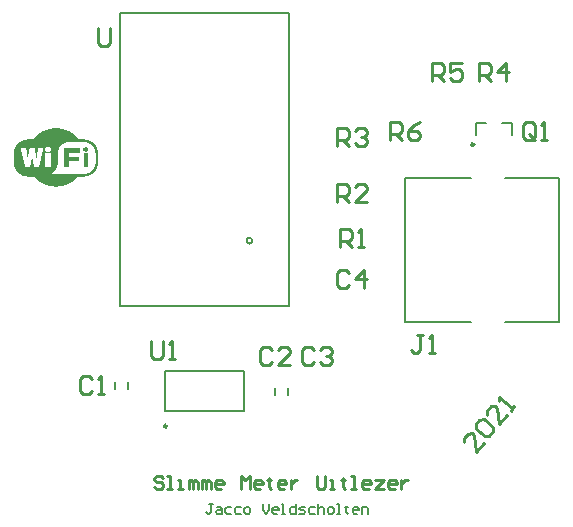
<source format=gbr>
%TF.GenerationSoftware,Altium Limited,Altium Designer,21.2.2 (38)*%
G04 Layer_Color=65535*
%FSLAX26Y26*%
%MOIN*%
%TF.SameCoordinates,75BC83C2-9D79-468A-8CB9-4745F9D1B378*%
%TF.FilePolarity,Positive*%
%TF.FileFunction,Legend,Top*%
%TF.Part,Single*%
G01*
G75*
%TA.AperFunction,NonConductor*%
%ADD18C,0.010000*%
%ADD35C,0.007874*%
%ADD36C,0.009842*%
%ADD37C,0.005906*%
G36*
X262155Y403608D02*
X267460D01*
Y403019D01*
X270407D01*
Y402429D01*
X273354D01*
Y401840D01*
X276301D01*
Y401250D01*
X278659D01*
Y400661D01*
X280427D01*
Y400072D01*
X282785D01*
Y399482D01*
X283964D01*
Y398893D01*
X285732D01*
Y398303D01*
X287500D01*
Y397714D01*
X289268D01*
Y397124D01*
X290447D01*
Y396535D01*
X291626D01*
Y395946D01*
X293394D01*
Y395356D01*
X294573D01*
Y394767D01*
X295752D01*
Y394177D01*
X296931D01*
Y393588D01*
X298110D01*
Y392998D01*
X299289D01*
Y392409D01*
X299878D01*
Y391820D01*
X301057D01*
Y391230D01*
X302236D01*
Y390641D01*
X303415D01*
Y390051D01*
X304004D01*
Y389462D01*
X305183D01*
Y388873D01*
X305772D01*
Y388283D01*
X306951D01*
Y387694D01*
X307541D01*
Y387104D01*
X308719D01*
Y386515D01*
X309309D01*
Y385925D01*
X310488D01*
Y385336D01*
X311077D01*
Y384747D01*
X311666D01*
Y384157D01*
X312845D01*
Y383568D01*
X313435D01*
Y382978D01*
X314024D01*
Y382389D01*
X314614D01*
Y381800D01*
X315203D01*
Y381210D01*
X316382D01*
Y380621D01*
X316971D01*
Y380031D01*
X317561D01*
Y379442D01*
X318150D01*
Y378852D01*
X318740D01*
Y378263D01*
X319329D01*
Y377673D01*
X319918D01*
Y377084D01*
X320508D01*
Y376495D01*
X321097D01*
Y375905D01*
X321687D01*
Y375316D01*
X322276D01*
Y374726D01*
X322865D01*
Y374137D01*
X323455D01*
Y373548D01*
X324044D01*
Y372958D01*
X324634D01*
Y372369D01*
X325223D01*
Y371779D01*
X325813D01*
Y371190D01*
X326402D01*
Y370600D01*
X326991D01*
Y370011D01*
Y369422D01*
X327581D01*
Y368832D01*
X328170D01*
Y368243D01*
X328760D01*
Y367653D01*
X329349D01*
Y367064D01*
X348800D01*
Y366474D01*
X353515D01*
Y365885D01*
X356462D01*
Y365296D01*
X358820D01*
Y364706D01*
X360588D01*
Y364117D01*
X362357D01*
Y363527D01*
X364125D01*
Y362938D01*
X365304D01*
Y362349D01*
X366483D01*
Y361759D01*
X367661D01*
Y361170D01*
X368840D01*
Y360580D01*
X370019D01*
Y359991D01*
X370609D01*
Y359401D01*
X371788D01*
Y358812D01*
X372377D01*
Y358223D01*
X373556D01*
Y357633D01*
X374145D01*
Y357044D01*
X374735D01*
Y356454D01*
X375913D01*
Y355865D01*
X376503D01*
Y355276D01*
X377092D01*
Y354686D01*
X377682D01*
Y354097D01*
X378271D01*
Y353507D01*
X378861D01*
Y352918D01*
X379450D01*
Y352328D01*
X380039D01*
Y351739D01*
X380629D01*
Y351149D01*
X381218D01*
Y350560D01*
X381808D01*
Y349971D01*
X382397D01*
Y349381D01*
X382986D01*
Y348792D01*
Y348202D01*
X383576D01*
Y347613D01*
X384165D01*
Y347024D01*
X384755D01*
Y346434D01*
Y345845D01*
X385344D01*
Y345255D01*
X385934D01*
Y344666D01*
Y344077D01*
X386523D01*
Y343487D01*
Y342898D01*
X387112D01*
Y342308D01*
X387702D01*
Y341719D01*
Y341129D01*
X388291D01*
Y340540D01*
Y339950D01*
X388881D01*
Y339361D01*
Y338772D01*
Y338182D01*
X389470D01*
Y337593D01*
Y337003D01*
X390060D01*
Y336414D01*
Y335825D01*
Y335235D01*
X390649D01*
Y334646D01*
Y334056D01*
X391238D01*
Y333467D01*
Y332877D01*
Y332288D01*
Y331699D01*
X391828D01*
Y331109D01*
Y330520D01*
Y329930D01*
Y329341D01*
X392417D01*
Y328752D01*
Y328162D01*
Y327573D01*
Y326983D01*
Y326394D01*
Y325804D01*
Y325215D01*
X393007D01*
Y324626D01*
Y324036D01*
Y323447D01*
Y322857D01*
Y322268D01*
Y321678D01*
Y321089D01*
Y320500D01*
Y319910D01*
Y319321D01*
Y318731D01*
Y318142D01*
Y317553D01*
Y316963D01*
Y316374D01*
Y315784D01*
Y315195D01*
Y314605D01*
Y314016D01*
Y313427D01*
Y312837D01*
Y312248D01*
Y311658D01*
Y311069D01*
Y310479D01*
Y309890D01*
Y309301D01*
Y308711D01*
Y308122D01*
Y307532D01*
Y306943D01*
Y306353D01*
Y305764D01*
Y305175D01*
Y304585D01*
Y303996D01*
Y303406D01*
Y302817D01*
Y302228D01*
Y301638D01*
Y301049D01*
Y300459D01*
Y299870D01*
Y299280D01*
Y298691D01*
Y298102D01*
Y297512D01*
Y296923D01*
Y296333D01*
Y295744D01*
Y295154D01*
Y294565D01*
Y293976D01*
Y293386D01*
Y292797D01*
Y292207D01*
Y291618D01*
Y291029D01*
Y290439D01*
Y289850D01*
Y289260D01*
Y288671D01*
Y288081D01*
Y287492D01*
Y286903D01*
Y286313D01*
Y285724D01*
Y285134D01*
X392417D01*
Y284545D01*
Y283955D01*
Y283366D01*
Y282777D01*
Y282187D01*
Y281598D01*
X391828D01*
Y281008D01*
Y280419D01*
Y279829D01*
Y279240D01*
Y278651D01*
X391238D01*
Y278061D01*
Y277472D01*
Y276882D01*
X390649D01*
Y276293D01*
Y275704D01*
Y275114D01*
X390060D01*
Y274525D01*
Y273935D01*
Y273346D01*
X389470D01*
Y272757D01*
Y272167D01*
X388881D01*
Y271578D01*
Y270988D01*
X388291D01*
Y270399D01*
Y269809D01*
Y269220D01*
X387702D01*
Y268630D01*
Y268041D01*
X387112D01*
Y267452D01*
X386523D01*
Y266862D01*
Y266273D01*
X385934D01*
Y265683D01*
Y265094D01*
X385344D01*
Y264505D01*
X384755D01*
Y263915D01*
Y263326D01*
X384165D01*
Y262736D01*
X383576D01*
Y262147D01*
X382986D01*
Y261558D01*
Y260968D01*
X382397D01*
Y260379D01*
X381808D01*
Y259789D01*
X381218D01*
Y259200D01*
X380629D01*
Y258610D01*
X380039D01*
Y258021D01*
X379450D01*
Y257432D01*
X378861D01*
Y256842D01*
X378271D01*
Y256253D01*
X377682D01*
Y255663D01*
X377092D01*
Y255074D01*
X376503D01*
Y254484D01*
X375913D01*
Y253895D01*
X374735D01*
Y253306D01*
X374145D01*
Y252716D01*
X373556D01*
Y252127D01*
X372377D01*
Y251537D01*
X371788D01*
Y250948D01*
X370609D01*
Y250358D01*
X370019D01*
Y249769D01*
X368840D01*
Y249180D01*
X367661D01*
Y248590D01*
X366483D01*
Y248001D01*
X365304D01*
Y247411D01*
X364125D01*
Y246822D01*
X362357D01*
Y246232D01*
X360588D01*
Y245643D01*
X358820D01*
Y245054D01*
X356462D01*
Y244464D01*
X353515D01*
Y243875D01*
X348211D01*
Y243285D01*
X326402D01*
Y242696D01*
X325813D01*
Y242107D01*
X325223D01*
Y241517D01*
X324634D01*
Y240928D01*
X324044D01*
Y240338D01*
X323455D01*
Y239749D01*
X322865D01*
Y239160D01*
X322276D01*
Y238570D01*
X321687D01*
Y237981D01*
X321097D01*
Y237391D01*
X320508D01*
Y236802D01*
X319918D01*
Y236212D01*
X319329D01*
Y235623D01*
X318740D01*
Y235034D01*
X318150D01*
Y234444D01*
X317561D01*
Y233855D01*
X316971D01*
Y233265D01*
X315792D01*
Y232676D01*
X315203D01*
Y232086D01*
X314614D01*
Y231497D01*
X314024D01*
Y230908D01*
X312845D01*
Y230318D01*
X312256D01*
Y229729D01*
X311666D01*
Y229139D01*
X311077D01*
Y228550D01*
X309898D01*
Y227960D01*
X309309D01*
Y227371D01*
X308130D01*
Y226782D01*
X307541D01*
Y226192D01*
X306362D01*
Y225603D01*
X305772D01*
Y225013D01*
X304593D01*
Y224424D01*
X304004D01*
Y223834D01*
X302825D01*
Y223245D01*
X301646D01*
Y222656D01*
X301057D01*
Y222066D01*
X299878D01*
Y221477D01*
X298699D01*
Y220887D01*
X297520D01*
Y220298D01*
X296341D01*
Y219708D01*
X295163D01*
Y219119D01*
X293984D01*
Y218530D01*
X292805D01*
Y217940D01*
X291626D01*
Y217351D01*
X289858D01*
Y216761D01*
X288679D01*
Y216172D01*
X286911D01*
Y215583D01*
X285142D01*
Y214993D01*
X283964D01*
Y214404D01*
X282195D01*
Y213814D01*
X279838D01*
Y213225D01*
X277480D01*
Y212635D01*
X275712D01*
Y212046D01*
X272765D01*
Y211457D01*
X269817D01*
Y210867D01*
X265692D01*
Y210278D01*
X260387D01*
Y209688D01*
X245651D01*
Y210278D01*
X239757D01*
Y210867D01*
X236220D01*
Y211457D01*
X233273D01*
Y212046D01*
X230326D01*
Y212635D01*
X227969D01*
Y213225D01*
X225611D01*
Y213814D01*
X223843D01*
Y214404D01*
X222074D01*
Y214993D01*
X220306D01*
Y215583D01*
X218538D01*
Y216172D01*
X217359D01*
Y216761D01*
X215591D01*
Y217351D01*
X214412D01*
Y217940D01*
X212644D01*
Y218530D01*
X211465D01*
Y219119D01*
X210286D01*
Y219708D01*
X209107D01*
Y220298D01*
X207928D01*
Y220887D01*
X206749D01*
Y221477D01*
X205571D01*
Y222066D01*
X204981D01*
Y222656D01*
X203802D01*
Y223245D01*
X202623D01*
Y223834D01*
X202034D01*
Y224424D01*
X200855D01*
Y225013D01*
X199676D01*
Y225603D01*
X199087D01*
Y226192D01*
X197908D01*
Y226782D01*
X197319D01*
Y227371D01*
X196140D01*
Y227960D01*
X195550D01*
Y228550D01*
X194961D01*
Y229139D01*
X193782D01*
Y229729D01*
X193193D01*
Y230318D01*
X192603D01*
Y230908D01*
X192014D01*
Y231497D01*
X190835D01*
Y232086D01*
X190246D01*
Y232676D01*
X189656D01*
Y233265D01*
X189067D01*
Y233855D01*
X188477D01*
Y234444D01*
X187888D01*
Y235034D01*
X186709D01*
Y235623D01*
X186120D01*
Y236212D01*
X185530D01*
Y236802D01*
X184941D01*
Y237391D01*
X184351D01*
Y237981D01*
X183762D01*
Y238570D01*
X183173D01*
Y239160D01*
X182583D01*
Y239749D01*
X181994D01*
Y240338D01*
X181404D01*
Y240928D01*
Y241517D01*
X180815D01*
Y242107D01*
X180225D01*
Y242696D01*
X179636D01*
Y243285D01*
X156649D01*
Y243875D01*
X151344D01*
Y244464D01*
X148397D01*
Y245054D01*
X146039D01*
Y245643D01*
X144271D01*
Y246232D01*
X142502D01*
Y246822D01*
X140734D01*
Y247411D01*
X139555D01*
Y248001D01*
X138376D01*
Y248590D01*
X137198D01*
Y249180D01*
X136019D01*
Y249769D01*
X134840D01*
Y250358D01*
X134250D01*
Y250948D01*
X133072D01*
Y251537D01*
X132482D01*
Y252127D01*
X131303D01*
Y252716D01*
X130714D01*
Y253306D01*
X130125D01*
Y253895D01*
X128946D01*
Y254484D01*
X128356D01*
Y255074D01*
X127767D01*
Y255663D01*
X127177D01*
Y256253D01*
X126588D01*
Y256842D01*
X125999D01*
Y257432D01*
X125409D01*
Y258021D01*
X124820D01*
Y258610D01*
X124230D01*
Y259200D01*
X123641D01*
Y259789D01*
X123052D01*
Y260379D01*
X122462D01*
Y260968D01*
Y261558D01*
X121873D01*
Y262147D01*
X121283D01*
Y262736D01*
X120694D01*
Y263326D01*
Y263915D01*
X120104D01*
Y264505D01*
X119515D01*
Y265094D01*
Y265683D01*
X118926D01*
Y266273D01*
X118336D01*
Y266862D01*
Y267452D01*
X117747D01*
Y268041D01*
Y268630D01*
X117157D01*
Y269220D01*
Y269809D01*
X116568D01*
Y270399D01*
Y270988D01*
X115978D01*
Y271578D01*
Y272167D01*
X115389D01*
Y272757D01*
Y273346D01*
X114800D01*
Y273935D01*
Y274525D01*
Y275114D01*
X114210D01*
Y275704D01*
Y276293D01*
Y276882D01*
X113621D01*
Y277472D01*
Y278061D01*
Y278651D01*
X113031D01*
Y279240D01*
Y279829D01*
Y280419D01*
Y281008D01*
Y281598D01*
X112442D01*
Y282187D01*
Y282777D01*
Y283366D01*
Y283955D01*
Y284545D01*
Y285134D01*
X111853D01*
Y285724D01*
Y286313D01*
Y286903D01*
Y287492D01*
Y288081D01*
Y288671D01*
Y289260D01*
Y289850D01*
Y290439D01*
Y291029D01*
Y291618D01*
Y292207D01*
Y292797D01*
Y293386D01*
Y293976D01*
Y294565D01*
Y295154D01*
Y295744D01*
Y296333D01*
Y296923D01*
Y297512D01*
Y298102D01*
Y298691D01*
Y299280D01*
Y299870D01*
Y300459D01*
Y301049D01*
Y301638D01*
Y302228D01*
Y302817D01*
Y303406D01*
Y303996D01*
Y304585D01*
Y305175D01*
Y305764D01*
Y306353D01*
Y306943D01*
Y307532D01*
Y308122D01*
Y308711D01*
Y309301D01*
Y309890D01*
Y310479D01*
Y311069D01*
Y311658D01*
Y312248D01*
Y312837D01*
Y313427D01*
Y314016D01*
Y314605D01*
Y315195D01*
Y315784D01*
Y316374D01*
Y316963D01*
Y317553D01*
Y318142D01*
Y318731D01*
Y319321D01*
Y319910D01*
Y320500D01*
Y321089D01*
Y321678D01*
Y322268D01*
Y322857D01*
Y323447D01*
Y324036D01*
Y324626D01*
Y325215D01*
X112442D01*
Y325804D01*
Y326394D01*
Y326983D01*
Y327573D01*
Y328162D01*
Y328752D01*
X113031D01*
Y329341D01*
Y329930D01*
Y330520D01*
Y331109D01*
X113621D01*
Y331699D01*
Y332288D01*
Y332877D01*
Y333467D01*
X114210D01*
Y334056D01*
Y334646D01*
Y335235D01*
X114800D01*
Y335825D01*
Y336414D01*
Y337003D01*
X115389D01*
Y337593D01*
Y338182D01*
X115978D01*
Y338772D01*
Y339361D01*
X116568D01*
Y339950D01*
Y340540D01*
X117157D01*
Y341129D01*
Y341719D01*
X117747D01*
Y342308D01*
Y342898D01*
X118336D01*
Y343487D01*
Y344077D01*
X118926D01*
Y344666D01*
X119515D01*
Y345255D01*
Y345845D01*
X120104D01*
Y346434D01*
X120694D01*
Y347024D01*
Y347613D01*
X121283D01*
Y348202D01*
X121873D01*
Y348792D01*
Y349381D01*
X122462D01*
Y349971D01*
X123052D01*
Y350560D01*
X123641D01*
Y351149D01*
X124230D01*
Y351739D01*
X124820D01*
Y352328D01*
X125409D01*
Y352918D01*
X125999D01*
Y353507D01*
X126588D01*
Y354097D01*
X127177D01*
Y354686D01*
X127767D01*
Y355276D01*
X128356D01*
Y355865D01*
X128946D01*
Y356454D01*
X130125D01*
Y357044D01*
X130714D01*
Y357633D01*
X131303D01*
Y358223D01*
X132482D01*
Y358812D01*
X133072D01*
Y359401D01*
X134250D01*
Y359991D01*
X135429D01*
Y360580D01*
X136019D01*
Y361170D01*
X137198D01*
Y361759D01*
X138376D01*
Y362349D01*
X139555D01*
Y362938D01*
X140734D01*
Y363527D01*
X142502D01*
Y364117D01*
X144271D01*
Y364706D01*
X146039D01*
Y365296D01*
X148397D01*
Y365885D01*
X151344D01*
Y366474D01*
X156059D01*
Y367064D01*
X176689D01*
Y367653D01*
Y368243D01*
X177278D01*
Y368832D01*
X177868D01*
Y369422D01*
X178457D01*
Y370011D01*
X179047D01*
Y370600D01*
X179636D01*
Y371190D01*
Y371779D01*
X180225D01*
Y372369D01*
X180815D01*
Y372958D01*
X181404D01*
Y373548D01*
X181994D01*
Y374137D01*
X182583D01*
Y374726D01*
X183173D01*
Y375316D01*
X183762D01*
Y375905D01*
X184351D01*
Y376495D01*
X184941D01*
Y377084D01*
X185530D01*
Y377673D01*
X186120D01*
Y378263D01*
X186709D01*
Y378852D01*
X187298D01*
Y379442D01*
X187888D01*
Y380031D01*
X188477D01*
Y380621D01*
X189656D01*
Y381210D01*
X190246D01*
Y381800D01*
X190835D01*
Y382389D01*
X191424D01*
Y382978D01*
X192603D01*
Y383568D01*
X193193D01*
Y384157D01*
X193782D01*
Y384747D01*
X194371D01*
Y385336D01*
X195550D01*
Y385925D01*
X196140D01*
Y386515D01*
X197319D01*
Y387104D01*
X197908D01*
Y387694D01*
X198498D01*
Y388283D01*
X199676D01*
Y388873D01*
X200855D01*
Y389462D01*
X201445D01*
Y390051D01*
X202623D01*
Y390641D01*
X203213D01*
Y391230D01*
X204392D01*
Y391820D01*
X205571D01*
Y392409D01*
X206749D01*
Y392998D01*
X207928D01*
Y393588D01*
X209107D01*
Y394177D01*
X210286D01*
Y394767D01*
X211465D01*
Y395356D01*
X212644D01*
Y395946D01*
X213822D01*
Y396535D01*
X215001D01*
Y397124D01*
X216770D01*
Y397714D01*
X217948D01*
Y398303D01*
X219717D01*
Y398893D01*
X221485D01*
Y399482D01*
X223253D01*
Y400072D01*
X225022D01*
Y400661D01*
X227379D01*
Y401250D01*
X229737D01*
Y401840D01*
X232095D01*
Y402429D01*
X235042D01*
Y403019D01*
X238578D01*
Y403608D01*
X243883D01*
Y404197D01*
X262155D01*
Y403608D01*
D02*
G37*
%LPC*%
G36*
X229737Y341719D02*
X223843D01*
Y341129D01*
X222074D01*
Y340540D01*
X220895D01*
Y339950D01*
X219717D01*
Y339361D01*
X219127D01*
Y338772D01*
X218538D01*
Y338182D01*
Y337593D01*
X217948D01*
Y337003D01*
X217359D01*
Y336414D01*
Y335825D01*
Y335235D01*
Y334646D01*
X216770D01*
Y334056D01*
Y333467D01*
Y332877D01*
X217359D01*
Y332288D01*
Y331699D01*
Y331109D01*
Y330520D01*
X217948D01*
Y329930D01*
Y329341D01*
X218538D01*
Y328752D01*
X219127D01*
Y328162D01*
X219717D01*
Y327573D01*
X220306D01*
Y326983D01*
X220895D01*
Y326394D01*
X222664D01*
Y325804D01*
X225022D01*
Y325215D01*
X227969D01*
Y325804D01*
X230916D01*
Y326394D01*
X232095D01*
Y326983D01*
X232684D01*
Y327573D01*
X233863D01*
Y328162D01*
X234452D01*
Y328752D01*
Y329341D01*
X235042D01*
Y329930D01*
X235631D01*
Y330520D01*
Y331109D01*
Y331699D01*
X236220D01*
Y332288D01*
Y332877D01*
Y333467D01*
Y334056D01*
Y334646D01*
Y335235D01*
Y335825D01*
X235631D01*
Y336414D01*
Y337003D01*
X235042D01*
Y337593D01*
Y338182D01*
X234452D01*
Y338772D01*
X233863D01*
Y339361D01*
X233273D01*
Y339950D01*
X232095D01*
Y340540D01*
X231505D01*
Y341129D01*
X229737D01*
Y341719D01*
D02*
G37*
G36*
X211465Y338182D02*
X193193D01*
Y337593D01*
Y337003D01*
X192603D01*
Y336414D01*
Y335825D01*
Y335235D01*
Y334646D01*
Y334056D01*
Y333467D01*
X192014D01*
Y332877D01*
Y332288D01*
Y331699D01*
Y331109D01*
Y330520D01*
Y329930D01*
X191424D01*
Y329341D01*
Y328752D01*
Y328162D01*
Y327573D01*
Y326983D01*
Y326394D01*
X190835D01*
Y325804D01*
Y325215D01*
Y324626D01*
Y324036D01*
Y323447D01*
Y322857D01*
X190246D01*
Y322268D01*
Y321678D01*
Y321089D01*
Y320500D01*
Y319910D01*
Y319321D01*
Y318731D01*
X189656D01*
Y318142D01*
Y317553D01*
Y316963D01*
Y316374D01*
Y315784D01*
Y315195D01*
Y314605D01*
X189067D01*
Y314016D01*
Y313427D01*
Y312837D01*
Y312248D01*
Y311658D01*
Y311069D01*
Y310479D01*
X188477D01*
Y309890D01*
Y309301D01*
Y308711D01*
Y308122D01*
Y307532D01*
Y306943D01*
Y306353D01*
Y305764D01*
Y305175D01*
X187888D01*
Y305764D01*
Y306353D01*
Y306943D01*
X187298D01*
Y307532D01*
Y308122D01*
Y308711D01*
Y309301D01*
Y309890D01*
Y310479D01*
X186709D01*
Y311069D01*
Y311658D01*
Y312248D01*
Y312837D01*
Y313427D01*
Y314016D01*
X186120D01*
Y314605D01*
Y315195D01*
Y315784D01*
Y316374D01*
Y316963D01*
X185530D01*
Y317553D01*
Y318142D01*
Y318731D01*
Y319321D01*
Y319910D01*
Y320500D01*
X184941D01*
Y321089D01*
Y321678D01*
Y322268D01*
Y322857D01*
Y323447D01*
X184351D01*
Y324036D01*
Y324626D01*
Y325215D01*
Y325804D01*
X183762D01*
Y326394D01*
Y326983D01*
Y327573D01*
Y328162D01*
Y328752D01*
X183173D01*
Y329341D01*
Y329930D01*
Y330520D01*
Y331109D01*
Y331699D01*
X182583D01*
Y332288D01*
Y332877D01*
Y333467D01*
Y334056D01*
Y334646D01*
X181994D01*
Y335235D01*
Y335825D01*
Y336414D01*
Y337003D01*
Y337593D01*
X181404D01*
Y338182D01*
X164900D01*
Y337593D01*
Y337003D01*
Y336414D01*
Y335825D01*
X164311D01*
Y335235D01*
Y334646D01*
Y334056D01*
Y333467D01*
Y332877D01*
X163722D01*
Y332288D01*
Y331699D01*
Y331109D01*
Y330520D01*
Y329930D01*
X163132D01*
Y329341D01*
Y328752D01*
Y328162D01*
Y327573D01*
Y326983D01*
X162543D01*
Y326394D01*
Y325804D01*
Y325215D01*
Y324626D01*
Y324036D01*
X161953D01*
Y323447D01*
Y322857D01*
Y322268D01*
Y321678D01*
Y321089D01*
X161364D01*
Y320500D01*
Y319910D01*
Y319321D01*
Y318731D01*
Y318142D01*
X160774D01*
Y317553D01*
Y316963D01*
Y316374D01*
Y315784D01*
Y315195D01*
X160185D01*
Y314605D01*
Y314016D01*
Y313427D01*
Y312837D01*
Y312248D01*
Y311658D01*
X159596D01*
Y311069D01*
Y310479D01*
Y309890D01*
Y309301D01*
Y308711D01*
Y308122D01*
X159006D01*
Y307532D01*
Y306943D01*
Y306353D01*
Y305764D01*
Y305175D01*
Y304585D01*
X158417D01*
Y305175D01*
Y305764D01*
Y306353D01*
Y306943D01*
Y307532D01*
Y308122D01*
Y308711D01*
Y309301D01*
X157827D01*
Y309890D01*
Y310479D01*
Y311069D01*
Y311658D01*
Y312248D01*
Y312837D01*
Y313427D01*
X157238D01*
Y314016D01*
Y314605D01*
Y315195D01*
Y315784D01*
Y316374D01*
Y316963D01*
Y317553D01*
X156649D01*
Y318142D01*
Y318731D01*
Y319321D01*
Y319910D01*
Y320500D01*
Y321089D01*
Y321678D01*
X156059D01*
Y322268D01*
Y322857D01*
Y323447D01*
Y324036D01*
Y324626D01*
Y325215D01*
X155470D01*
Y325804D01*
Y326394D01*
Y326983D01*
Y327573D01*
Y328162D01*
Y328752D01*
X154880D01*
Y329341D01*
Y329930D01*
Y330520D01*
Y331109D01*
Y331699D01*
Y332288D01*
Y332877D01*
X154291D01*
Y333467D01*
Y334056D01*
Y334646D01*
Y335235D01*
Y335825D01*
Y336414D01*
X153702D01*
Y337003D01*
Y337593D01*
Y338182D01*
X135429D01*
Y337593D01*
Y337003D01*
Y336414D01*
Y335825D01*
X136019D01*
Y335235D01*
Y334646D01*
Y334056D01*
Y333467D01*
X136608D01*
Y332877D01*
Y332288D01*
Y331699D01*
Y331109D01*
X137198D01*
Y330520D01*
Y329930D01*
Y329341D01*
Y328752D01*
Y328162D01*
X137787D01*
Y327573D01*
Y326983D01*
Y326394D01*
Y325804D01*
X138376D01*
Y325215D01*
Y324626D01*
Y324036D01*
Y323447D01*
X138966D01*
Y322857D01*
Y322268D01*
Y321678D01*
Y321089D01*
X139555D01*
Y320500D01*
Y319910D01*
Y319321D01*
Y318731D01*
X140145D01*
Y318142D01*
Y317553D01*
Y316963D01*
Y316374D01*
Y315784D01*
X140734D01*
Y315195D01*
Y314605D01*
Y314016D01*
Y313427D01*
X141324D01*
Y312837D01*
Y312248D01*
Y311658D01*
Y311069D01*
X141913D01*
Y310479D01*
Y309890D01*
Y309301D01*
Y308711D01*
X142502D01*
Y308122D01*
Y307532D01*
Y306943D01*
Y306353D01*
X143092D01*
Y305764D01*
Y305175D01*
Y304585D01*
Y303996D01*
Y303406D01*
X143681D01*
Y302817D01*
Y302228D01*
Y301638D01*
Y301049D01*
X144271D01*
Y300459D01*
Y299870D01*
Y299280D01*
Y298691D01*
X144860D01*
Y298102D01*
Y297512D01*
Y296923D01*
Y296333D01*
X145450D01*
Y295744D01*
Y295154D01*
Y294565D01*
Y293976D01*
X146039D01*
Y293386D01*
Y292797D01*
Y292207D01*
Y291618D01*
Y291029D01*
X146628D01*
Y290439D01*
Y289850D01*
Y289260D01*
X147218D01*
Y288671D01*
Y288081D01*
Y287492D01*
Y286903D01*
Y286313D01*
X147807D01*
Y285724D01*
Y285134D01*
Y284545D01*
Y283955D01*
X148397D01*
Y283366D01*
Y282777D01*
Y282187D01*
Y281598D01*
X148986D01*
Y281008D01*
Y280419D01*
Y279829D01*
Y279240D01*
Y278651D01*
X149576D01*
Y278061D01*
Y277472D01*
Y276882D01*
Y276293D01*
X150165D01*
Y275704D01*
X166669D01*
Y276293D01*
Y276882D01*
Y277472D01*
Y278061D01*
X167258D01*
Y278651D01*
Y279240D01*
Y279829D01*
Y280419D01*
Y281008D01*
X167848D01*
Y281598D01*
Y282187D01*
Y282777D01*
Y283366D01*
X168437D01*
Y283955D01*
Y284545D01*
Y285134D01*
Y285724D01*
Y286313D01*
X169026D01*
Y286903D01*
Y287492D01*
Y288081D01*
Y288671D01*
Y289260D01*
X169616D01*
Y289850D01*
Y290439D01*
Y291029D01*
Y291618D01*
Y292207D01*
X170205D01*
Y292797D01*
Y293386D01*
Y293976D01*
Y294565D01*
Y295154D01*
X170795D01*
Y295744D01*
Y296333D01*
Y296923D01*
Y297512D01*
Y298102D01*
Y298691D01*
X171384D01*
Y299280D01*
Y299870D01*
Y300459D01*
Y301049D01*
Y301638D01*
Y302228D01*
X171974D01*
Y302817D01*
Y303406D01*
Y303996D01*
Y304585D01*
Y305175D01*
X172563D01*
Y305764D01*
Y306353D01*
Y306943D01*
Y307532D01*
Y308122D01*
Y308711D01*
Y309301D01*
X173152D01*
Y309890D01*
X173742D01*
Y309301D01*
Y308711D01*
Y308122D01*
Y307532D01*
Y306943D01*
Y306353D01*
Y305764D01*
X174331D01*
Y305175D01*
Y304585D01*
Y303996D01*
Y303406D01*
Y302817D01*
Y302228D01*
X174921D01*
Y301638D01*
Y301049D01*
Y300459D01*
Y299870D01*
Y299280D01*
Y298691D01*
X175510D01*
Y298102D01*
Y297512D01*
Y296923D01*
Y296333D01*
Y295744D01*
X176100D01*
Y295154D01*
Y294565D01*
Y293976D01*
Y293386D01*
Y292797D01*
X176689D01*
Y292207D01*
Y291618D01*
Y291029D01*
Y290439D01*
Y289850D01*
X177278D01*
Y289260D01*
Y288671D01*
Y288081D01*
Y287492D01*
Y286903D01*
X177868D01*
Y286313D01*
Y285724D01*
Y285134D01*
Y284545D01*
Y283955D01*
X178457D01*
Y283366D01*
Y282777D01*
Y282187D01*
Y281598D01*
Y281008D01*
X179047D01*
Y280419D01*
Y279829D01*
Y279240D01*
Y278651D01*
X179636D01*
Y278061D01*
Y277472D01*
Y276882D01*
Y276293D01*
Y275704D01*
X196729D01*
Y276293D01*
Y276882D01*
Y277472D01*
Y278061D01*
X197319D01*
Y278651D01*
Y279240D01*
Y279829D01*
Y280419D01*
X197908D01*
Y281008D01*
Y281598D01*
Y282187D01*
Y282777D01*
X198498D01*
Y283366D01*
Y283955D01*
Y284545D01*
Y285134D01*
Y285724D01*
X199087D01*
Y286313D01*
Y286903D01*
Y287492D01*
Y288081D01*
X199676D01*
Y288671D01*
Y289260D01*
Y289850D01*
Y290439D01*
X200266D01*
Y291029D01*
Y291618D01*
Y292207D01*
Y292797D01*
X200855D01*
Y293386D01*
Y293976D01*
Y294565D01*
Y295154D01*
X201445D01*
Y295744D01*
Y296333D01*
Y296923D01*
Y297512D01*
X202034D01*
Y298102D01*
Y298691D01*
Y299280D01*
Y299870D01*
X202623D01*
Y300459D01*
Y301049D01*
Y301638D01*
Y302228D01*
Y302817D01*
X203213D01*
Y303406D01*
Y303996D01*
Y304585D01*
Y305175D01*
X203802D01*
Y305764D01*
Y306353D01*
Y306943D01*
Y307532D01*
X204392D01*
Y308122D01*
Y308711D01*
Y309301D01*
Y309890D01*
Y310479D01*
X204981D01*
Y311069D01*
Y311658D01*
Y312248D01*
Y312837D01*
X205571D01*
Y313427D01*
Y314016D01*
Y314605D01*
Y315195D01*
X206160D01*
Y315784D01*
Y316374D01*
Y316963D01*
Y317553D01*
X206749D01*
Y318142D01*
Y318731D01*
Y319321D01*
Y319910D01*
X207339D01*
Y320500D01*
Y321089D01*
Y321678D01*
Y322268D01*
X207928D01*
Y322857D01*
Y323447D01*
Y324036D01*
Y324626D01*
X208518D01*
Y325215D01*
Y325804D01*
Y326394D01*
Y326983D01*
Y327573D01*
X209107D01*
Y328162D01*
Y328752D01*
Y329341D01*
Y329930D01*
X209696D01*
Y330520D01*
Y331109D01*
Y331699D01*
Y332288D01*
X210286D01*
Y332877D01*
Y333467D01*
Y334056D01*
Y334646D01*
X210875D01*
Y335235D01*
Y335825D01*
Y336414D01*
Y337003D01*
X211465D01*
Y337593D01*
Y338182D01*
D02*
G37*
G36*
X235042Y321089D02*
X217948D01*
Y320500D01*
Y319910D01*
Y319321D01*
Y318731D01*
Y318142D01*
Y317553D01*
Y316963D01*
Y316374D01*
Y315784D01*
Y315195D01*
Y314605D01*
Y314016D01*
Y313427D01*
Y312837D01*
Y312248D01*
Y311658D01*
Y311069D01*
Y310479D01*
Y309890D01*
Y309301D01*
Y308711D01*
Y308122D01*
Y307532D01*
Y306943D01*
Y306353D01*
Y305764D01*
Y305175D01*
Y304585D01*
Y303996D01*
Y303406D01*
Y302817D01*
Y302228D01*
Y301638D01*
Y301049D01*
Y300459D01*
Y299870D01*
Y299280D01*
Y298691D01*
Y298102D01*
Y297512D01*
Y296923D01*
Y296333D01*
Y295744D01*
Y295154D01*
Y294565D01*
Y293976D01*
Y293386D01*
Y292797D01*
Y292207D01*
Y291618D01*
Y291029D01*
Y290439D01*
Y289850D01*
Y289260D01*
Y288671D01*
Y288081D01*
Y287492D01*
Y286903D01*
Y286313D01*
Y285724D01*
Y285134D01*
Y284545D01*
Y283955D01*
Y283366D01*
Y282777D01*
Y282187D01*
Y281598D01*
Y281008D01*
Y280419D01*
Y279829D01*
Y279240D01*
Y278651D01*
Y278061D01*
Y277472D01*
Y276882D01*
Y276293D01*
Y275704D01*
X235042D01*
Y276293D01*
Y276882D01*
Y277472D01*
Y278061D01*
Y278651D01*
Y279240D01*
Y279829D01*
Y280419D01*
Y281008D01*
Y281598D01*
Y282187D01*
Y282777D01*
Y283366D01*
Y283955D01*
Y284545D01*
Y285134D01*
Y285724D01*
Y286313D01*
Y286903D01*
Y287492D01*
Y288081D01*
Y288671D01*
Y289260D01*
Y289850D01*
Y290439D01*
Y291029D01*
Y291618D01*
Y292207D01*
Y292797D01*
Y293386D01*
Y293976D01*
Y294565D01*
Y295154D01*
Y295744D01*
Y296333D01*
Y296923D01*
Y297512D01*
Y298102D01*
Y298691D01*
Y299280D01*
Y299870D01*
Y300459D01*
Y301049D01*
Y301638D01*
Y302228D01*
Y302817D01*
Y303406D01*
Y303996D01*
Y304585D01*
Y305175D01*
Y305764D01*
Y306353D01*
Y306943D01*
Y307532D01*
Y308122D01*
Y308711D01*
Y309301D01*
Y309890D01*
Y310479D01*
Y311069D01*
Y311658D01*
Y312248D01*
Y312837D01*
Y313427D01*
Y314016D01*
Y314605D01*
Y315195D01*
Y315784D01*
Y316374D01*
Y316963D01*
Y317553D01*
Y318142D01*
Y318731D01*
Y319321D01*
Y319910D01*
Y320500D01*
Y321089D01*
D02*
G37*
G36*
X351747Y358223D02*
X291626D01*
Y357633D01*
X288679D01*
Y357044D01*
X286321D01*
Y356454D01*
X284553D01*
Y355865D01*
X282785D01*
Y355276D01*
X281606D01*
Y354686D01*
X280427D01*
Y354097D01*
X279248D01*
Y353507D01*
X278069D01*
Y352918D01*
X276890D01*
Y352328D01*
X276301D01*
Y351739D01*
X275122D01*
Y351149D01*
X274533D01*
Y350560D01*
X273943D01*
Y349971D01*
X272765D01*
Y349381D01*
X272175D01*
Y348792D01*
X271586D01*
Y348202D01*
X270996D01*
Y347613D01*
X270407D01*
Y347024D01*
X269817D01*
Y346434D01*
X269228D01*
Y345845D01*
X268639D01*
Y345255D01*
X268049D01*
Y344666D01*
X267460D01*
Y344077D01*
X266870D01*
Y343487D01*
Y342898D01*
X266281D01*
Y342308D01*
X265692D01*
Y341719D01*
Y341129D01*
X265102D01*
Y340540D01*
X264513D01*
Y339950D01*
Y339361D01*
X263923D01*
Y338772D01*
X263334D01*
Y338182D01*
Y337593D01*
X262744D01*
Y337003D01*
Y336414D01*
X262155D01*
Y335825D01*
Y335235D01*
X261566D01*
Y334646D01*
Y334056D01*
Y333467D01*
X260976D01*
Y332877D01*
Y332288D01*
X260387D01*
Y331699D01*
Y331109D01*
Y330520D01*
Y329930D01*
X259797D01*
Y329341D01*
Y328752D01*
Y328162D01*
X259208D01*
Y327573D01*
Y326983D01*
Y326394D01*
Y325804D01*
Y325215D01*
Y324626D01*
X258618D01*
Y324036D01*
Y323447D01*
Y322857D01*
Y322268D01*
Y321678D01*
Y321089D01*
Y320500D01*
Y319910D01*
Y319321D01*
Y318731D01*
Y318142D01*
Y317553D01*
Y316963D01*
Y316374D01*
Y315784D01*
Y315195D01*
Y314605D01*
Y314016D01*
Y313427D01*
Y312837D01*
Y312248D01*
Y311658D01*
Y311069D01*
Y310479D01*
Y309890D01*
Y309301D01*
Y308711D01*
Y308122D01*
Y307532D01*
Y306943D01*
Y306353D01*
Y305764D01*
Y305175D01*
Y304585D01*
Y303996D01*
Y303406D01*
Y302817D01*
Y302228D01*
Y301638D01*
Y301049D01*
Y300459D01*
Y299870D01*
Y299280D01*
Y298691D01*
Y298102D01*
Y297512D01*
Y296923D01*
Y296333D01*
Y295744D01*
Y295154D01*
Y294565D01*
Y293976D01*
Y293386D01*
Y292797D01*
Y292207D01*
Y291618D01*
Y291029D01*
Y290439D01*
Y289850D01*
Y289260D01*
Y288671D01*
Y288081D01*
Y287492D01*
Y286903D01*
Y286313D01*
Y285724D01*
X258029D01*
Y285134D01*
Y284545D01*
Y283955D01*
Y283366D01*
Y282777D01*
Y282187D01*
Y281598D01*
X257440D01*
Y281008D01*
Y280419D01*
Y279829D01*
Y279240D01*
X256850D01*
Y278651D01*
Y278061D01*
Y277472D01*
Y276882D01*
X256261D01*
Y276293D01*
Y275704D01*
Y275114D01*
X255671D01*
Y274525D01*
Y273935D01*
X255082D01*
Y273346D01*
Y272757D01*
Y272167D01*
X254493D01*
Y271578D01*
Y270988D01*
X253903D01*
Y270399D01*
Y269809D01*
X253314D01*
Y269220D01*
Y268630D01*
X252724D01*
Y268041D01*
Y267452D01*
X252135D01*
Y266862D01*
Y266273D01*
X251545D01*
Y265683D01*
X250956D01*
Y265094D01*
Y264505D01*
X250367D01*
Y263915D01*
X249777D01*
Y263326D01*
Y262736D01*
X249188D01*
Y262147D01*
X248598D01*
Y261558D01*
X248009D01*
Y260968D01*
Y260379D01*
X247419D01*
Y259789D01*
X246830D01*
Y259200D01*
X246241D01*
Y258610D01*
X245651D01*
Y258021D01*
X245062D01*
Y257432D01*
X244472D01*
Y256842D01*
X243883D01*
Y256253D01*
X243293D01*
Y255663D01*
X242704D01*
Y255074D01*
X242115D01*
Y254484D01*
X240936D01*
Y253895D01*
X240346D01*
Y253306D01*
X239757D01*
Y252716D01*
X239168D01*
Y252127D01*
X351747D01*
Y252716D01*
X354694D01*
Y253306D01*
X357052D01*
Y253895D01*
X358820D01*
Y254484D01*
X359999D01*
Y255074D01*
X361767D01*
Y255663D01*
X362946D01*
Y256253D01*
X364125D01*
Y256842D01*
X365304D01*
Y257432D01*
X365893D01*
Y258021D01*
X367072D01*
Y258610D01*
X367661D01*
Y259200D01*
X368840D01*
Y259789D01*
X369430D01*
Y260379D01*
X370019D01*
Y260968D01*
X371198D01*
Y261558D01*
X371788D01*
Y262147D01*
X372377D01*
Y262736D01*
X372966D01*
Y263326D01*
X373556D01*
Y263915D01*
X374145D01*
Y264505D01*
X374735D01*
Y265094D01*
X375324D01*
Y265683D01*
X375913D01*
Y266273D01*
Y266862D01*
X376503D01*
Y267452D01*
X377092D01*
Y268041D01*
X377682D01*
Y268630D01*
Y269220D01*
X378271D01*
Y269809D01*
X378861D01*
Y270399D01*
Y270988D01*
X379450D01*
Y271578D01*
Y272167D01*
X380039D01*
Y272757D01*
X380629D01*
Y273346D01*
Y273935D01*
X381218D01*
Y274525D01*
Y275114D01*
X381808D01*
Y275704D01*
Y276293D01*
Y276882D01*
X382397D01*
Y277472D01*
Y278061D01*
Y278651D01*
X382986D01*
Y279240D01*
Y279829D01*
Y280419D01*
X383576D01*
Y281008D01*
Y281598D01*
Y282187D01*
Y282777D01*
Y283366D01*
X384165D01*
Y283955D01*
Y284545D01*
Y285134D01*
Y285724D01*
Y286313D01*
Y286903D01*
X384755D01*
Y287492D01*
Y288081D01*
Y288671D01*
Y289260D01*
Y289850D01*
Y290439D01*
Y291029D01*
Y291618D01*
Y292207D01*
Y292797D01*
Y293386D01*
Y293976D01*
Y294565D01*
Y295154D01*
Y295744D01*
Y296333D01*
Y296923D01*
Y297512D01*
Y298102D01*
Y298691D01*
Y299280D01*
Y299870D01*
Y300459D01*
Y301049D01*
Y301638D01*
Y302228D01*
Y302817D01*
Y303406D01*
Y303996D01*
Y304585D01*
Y305175D01*
Y305764D01*
Y306353D01*
Y306943D01*
Y307532D01*
Y308122D01*
Y308711D01*
Y309301D01*
Y309890D01*
Y310479D01*
Y311069D01*
Y311658D01*
Y312248D01*
Y312837D01*
Y313427D01*
Y314016D01*
Y314605D01*
Y315195D01*
Y315784D01*
Y316374D01*
Y316963D01*
Y317553D01*
Y318142D01*
Y318731D01*
Y319321D01*
Y319910D01*
Y320500D01*
Y321089D01*
Y321678D01*
Y322268D01*
Y322857D01*
Y323447D01*
X384165D01*
Y324036D01*
Y324626D01*
Y325215D01*
Y325804D01*
Y326394D01*
Y326983D01*
Y327573D01*
X383576D01*
Y328162D01*
Y328752D01*
Y329341D01*
Y329930D01*
X382986D01*
Y330520D01*
Y331109D01*
Y331699D01*
X382397D01*
Y332288D01*
Y332877D01*
Y333467D01*
X381808D01*
Y334056D01*
Y334646D01*
X381218D01*
Y335235D01*
Y335825D01*
Y336414D01*
X380629D01*
Y337003D01*
X380039D01*
Y337593D01*
Y338182D01*
X379450D01*
Y338772D01*
Y339361D01*
X378861D01*
Y339950D01*
Y340540D01*
X378271D01*
Y341129D01*
X377682D01*
Y341719D01*
Y342308D01*
X377092D01*
Y342898D01*
X376503D01*
Y343487D01*
X375913D01*
Y344077D01*
Y344666D01*
X375324D01*
Y345255D01*
X374735D01*
Y345845D01*
X374145D01*
Y346434D01*
X373556D01*
Y347024D01*
X372966D01*
Y347613D01*
X372377D01*
Y348202D01*
X371788D01*
Y348792D01*
X371198D01*
Y349381D01*
X370019D01*
Y349971D01*
X369430D01*
Y350560D01*
X368840D01*
Y351149D01*
X367661D01*
Y351739D01*
X367072D01*
Y352328D01*
X365893D01*
Y352918D01*
X365304D01*
Y353507D01*
X364125D01*
Y354097D01*
X362946D01*
Y354686D01*
X361767D01*
Y355276D01*
X360588D01*
Y355865D01*
X358820D01*
Y356454D01*
X357052D01*
Y357044D01*
X354694D01*
Y357633D01*
X351747D01*
Y358223D01*
D02*
G37*
%LPD*%
G36*
X354694Y340540D02*
X356462D01*
Y339950D01*
X357641D01*
Y339361D01*
X358820D01*
Y338772D01*
X359410D01*
Y338182D01*
X359999D01*
Y337593D01*
Y337003D01*
X360588D01*
Y336414D01*
Y335825D01*
Y335235D01*
X361178D01*
Y334646D01*
Y334056D01*
Y333467D01*
Y332877D01*
Y332288D01*
Y331699D01*
X360588D01*
Y331109D01*
Y330520D01*
Y329930D01*
X359999D01*
Y329341D01*
X359410D01*
Y328752D01*
X358820D01*
Y328162D01*
X358231D01*
Y327573D01*
X357052D01*
Y326983D01*
X355873D01*
Y326394D01*
X348800D01*
Y326983D01*
X347032D01*
Y327573D01*
X346442D01*
Y328162D01*
X345264D01*
Y328752D01*
Y329341D01*
X344674D01*
Y329930D01*
X344085D01*
Y330520D01*
Y331109D01*
X343495D01*
Y331699D01*
Y332288D01*
Y332877D01*
Y333467D01*
Y334056D01*
Y334646D01*
Y335235D01*
Y335825D01*
X344085D01*
Y336414D01*
Y337003D01*
X344674D01*
Y337593D01*
Y338182D01*
X345264D01*
Y338772D01*
X345853D01*
Y339361D01*
X347032D01*
Y339950D01*
X348211D01*
Y340540D01*
X349979D01*
Y341129D01*
X354694D01*
Y340540D01*
D02*
G37*
G36*
X359999Y319910D02*
Y319321D01*
Y318731D01*
Y318142D01*
Y317553D01*
Y316963D01*
Y316374D01*
Y315784D01*
Y315195D01*
Y314605D01*
Y314016D01*
Y313427D01*
Y312837D01*
Y312248D01*
Y311658D01*
Y311069D01*
Y310479D01*
Y309890D01*
Y309301D01*
Y308711D01*
Y308122D01*
Y307532D01*
Y306943D01*
Y306353D01*
Y305764D01*
Y305175D01*
Y304585D01*
Y303996D01*
Y303406D01*
Y302817D01*
Y302228D01*
Y301638D01*
Y301049D01*
Y300459D01*
Y299870D01*
Y299280D01*
Y298691D01*
Y298102D01*
Y297512D01*
Y296923D01*
Y296333D01*
Y295744D01*
Y295154D01*
Y294565D01*
Y293976D01*
Y293386D01*
Y292797D01*
Y292207D01*
Y291618D01*
Y291029D01*
Y290439D01*
Y289850D01*
Y289260D01*
Y288671D01*
Y288081D01*
Y287492D01*
Y286903D01*
Y286313D01*
Y285724D01*
Y285134D01*
Y284545D01*
Y283955D01*
Y283366D01*
Y282777D01*
Y282187D01*
Y281598D01*
Y281008D01*
Y280419D01*
Y279829D01*
Y279240D01*
Y278651D01*
Y278061D01*
Y277472D01*
Y276882D01*
Y276293D01*
X344674D01*
Y276882D01*
Y277472D01*
Y278061D01*
Y278651D01*
Y279240D01*
Y279829D01*
Y280419D01*
Y281008D01*
Y281598D01*
Y282187D01*
Y282777D01*
Y283366D01*
Y283955D01*
Y284545D01*
Y285134D01*
Y285724D01*
Y286313D01*
Y286903D01*
Y287492D01*
Y288081D01*
Y288671D01*
Y289260D01*
Y289850D01*
Y290439D01*
Y291029D01*
Y291618D01*
Y292207D01*
Y292797D01*
Y293386D01*
Y293976D01*
Y294565D01*
Y295154D01*
Y295744D01*
Y296333D01*
Y296923D01*
Y297512D01*
Y298102D01*
Y298691D01*
Y299280D01*
Y299870D01*
Y300459D01*
Y301049D01*
Y301638D01*
Y302228D01*
Y302817D01*
Y303406D01*
Y303996D01*
Y304585D01*
Y305175D01*
Y305764D01*
Y306353D01*
Y306943D01*
Y307532D01*
Y308122D01*
Y308711D01*
Y309301D01*
Y309890D01*
Y310479D01*
Y311069D01*
Y311658D01*
Y312248D01*
Y312837D01*
Y313427D01*
Y314016D01*
Y314605D01*
Y315195D01*
Y315784D01*
Y316374D01*
Y316963D01*
Y317553D01*
Y318142D01*
Y318731D01*
Y319321D01*
Y319910D01*
Y320500D01*
X359999D01*
Y319910D01*
D02*
G37*
G36*
X334065Y337003D02*
Y336414D01*
Y335825D01*
Y335235D01*
Y334646D01*
Y334056D01*
Y333467D01*
Y332877D01*
Y332288D01*
Y331699D01*
Y331109D01*
Y330520D01*
Y329930D01*
Y329341D01*
Y328752D01*
Y328162D01*
Y327573D01*
Y326983D01*
Y326394D01*
Y325804D01*
Y325215D01*
Y324626D01*
Y324036D01*
Y323447D01*
X297520D01*
Y322857D01*
Y322268D01*
Y321678D01*
Y321089D01*
Y320500D01*
Y319910D01*
Y319321D01*
Y318731D01*
Y318142D01*
Y317553D01*
Y316963D01*
Y316374D01*
Y315784D01*
Y315195D01*
Y314605D01*
Y314016D01*
Y313427D01*
Y312837D01*
Y312248D01*
Y311658D01*
Y311069D01*
Y310479D01*
Y309890D01*
Y309301D01*
X330528D01*
Y308711D01*
Y308122D01*
Y307532D01*
Y306943D01*
Y306353D01*
Y305764D01*
Y305175D01*
Y304585D01*
Y303996D01*
Y303406D01*
Y302817D01*
Y302228D01*
Y301638D01*
Y301049D01*
Y300459D01*
Y299870D01*
Y299280D01*
Y298691D01*
Y298102D01*
Y297512D01*
Y296923D01*
Y296333D01*
Y295744D01*
Y295154D01*
X297520D01*
Y294565D01*
Y293976D01*
Y293386D01*
Y292797D01*
Y292207D01*
Y291618D01*
Y291029D01*
Y290439D01*
Y289850D01*
Y289260D01*
Y288671D01*
Y288081D01*
Y287492D01*
Y286903D01*
Y286313D01*
Y285724D01*
Y285134D01*
Y284545D01*
Y283955D01*
Y283366D01*
Y282777D01*
Y282187D01*
Y281598D01*
Y281008D01*
Y280419D01*
Y279829D01*
Y279240D01*
Y278651D01*
Y278061D01*
Y277472D01*
Y276882D01*
Y276293D01*
X281017D01*
Y276882D01*
Y277472D01*
Y278061D01*
Y278651D01*
Y279240D01*
Y279829D01*
Y280419D01*
Y281008D01*
Y281598D01*
Y282187D01*
Y282777D01*
Y283366D01*
Y283955D01*
Y284545D01*
Y285134D01*
Y285724D01*
Y286313D01*
Y286903D01*
Y287492D01*
Y288081D01*
Y288671D01*
Y289260D01*
Y289850D01*
Y290439D01*
Y291029D01*
Y291618D01*
Y292207D01*
Y292797D01*
Y293386D01*
Y293976D01*
Y294565D01*
Y295154D01*
Y295744D01*
Y296333D01*
Y296923D01*
Y297512D01*
Y298102D01*
Y298691D01*
Y299280D01*
Y299870D01*
Y300459D01*
Y301049D01*
Y301638D01*
Y302228D01*
Y302817D01*
Y303406D01*
Y303996D01*
Y304585D01*
Y305175D01*
Y305764D01*
Y306353D01*
Y306943D01*
Y307532D01*
Y308122D01*
Y308711D01*
Y309301D01*
Y309890D01*
Y310479D01*
Y311069D01*
Y311658D01*
Y312248D01*
Y312837D01*
Y313427D01*
Y314016D01*
Y314605D01*
Y315195D01*
Y315784D01*
Y316374D01*
Y316963D01*
Y317553D01*
Y318142D01*
Y318731D01*
Y319321D01*
Y319910D01*
Y320500D01*
Y321089D01*
Y321678D01*
Y322268D01*
Y322857D01*
Y323447D01*
Y324036D01*
Y324626D01*
Y325215D01*
Y325804D01*
Y326394D01*
Y326983D01*
Y327573D01*
Y328162D01*
Y328752D01*
Y329341D01*
Y329930D01*
Y330520D01*
Y331109D01*
Y331699D01*
Y332288D01*
Y332877D01*
Y333467D01*
Y334056D01*
Y334646D01*
Y335235D01*
Y335825D01*
Y336414D01*
Y337003D01*
Y337593D01*
X334065D01*
Y337003D01*
D02*
G37*
D18*
X1678014Y-644256D02*
X1652311Y-674888D01*
X1647382Y-618553D01*
X1639724Y-612127D01*
X1625640Y-613360D01*
X1612789Y-628675D01*
X1614021Y-642759D01*
X1652576Y-596811D02*
X1651343Y-582728D01*
X1664195Y-567412D01*
X1678279Y-566179D01*
X1708911Y-591883D01*
X1710143Y-605966D01*
X1697291Y-621282D01*
X1683207Y-622515D01*
X1652576Y-596811D01*
X1755123Y-552361D02*
X1729420Y-582993D01*
X1724492Y-526658D01*
X1716834Y-520232D01*
X1702750Y-521464D01*
X1689898Y-536780D01*
X1691130Y-550864D01*
X1767975Y-537045D02*
X1780827Y-521729D01*
X1774401Y-529387D01*
X1728453Y-490832D01*
X1729685Y-504916D01*
X609728Y-761009D02*
X602513Y-753793D01*
X588082D01*
X580866Y-761009D01*
Y-768225D01*
X588082Y-775440D01*
X602513D01*
X609728Y-782656D01*
Y-789871D01*
X602513Y-797087D01*
X588082D01*
X580866Y-789871D01*
X624159Y-797087D02*
X638590D01*
X631375D01*
Y-753793D01*
X624159D01*
X660237Y-797087D02*
X674668D01*
X667452D01*
Y-768225D01*
X660237D01*
X696314Y-797087D02*
Y-768225D01*
X703530D01*
X710745Y-775440D01*
Y-797087D01*
Y-775440D01*
X717961Y-768225D01*
X725177Y-775440D01*
Y-797087D01*
X739607D02*
Y-768225D01*
X746823D01*
X754038Y-775440D01*
Y-797087D01*
Y-775440D01*
X761254Y-768225D01*
X768470Y-775440D01*
Y-797087D01*
X804547D02*
X790116D01*
X782901Y-789871D01*
Y-775440D01*
X790116Y-768225D01*
X804547D01*
X811763Y-775440D01*
Y-782656D01*
X782901D01*
X869487Y-797087D02*
Y-753793D01*
X883918Y-768225D01*
X898349Y-753793D01*
Y-797087D01*
X934427D02*
X919995D01*
X912780Y-789871D01*
Y-775440D01*
X919995Y-768225D01*
X934427D01*
X941642Y-775440D01*
Y-782656D01*
X912780D01*
X963288Y-761009D02*
Y-768225D01*
X956073D01*
X970504D01*
X963288D01*
Y-789871D01*
X970504Y-797087D01*
X1013797D02*
X999366D01*
X992151Y-789871D01*
Y-775440D01*
X999366Y-768225D01*
X1013797D01*
X1021013Y-775440D01*
Y-782656D01*
X992151D01*
X1035444Y-768225D02*
Y-797087D01*
Y-782656D01*
X1042659Y-775440D01*
X1049875Y-768225D01*
X1057090D01*
X1122030Y-753793D02*
Y-789871D01*
X1129245Y-797087D01*
X1143677D01*
X1150892Y-789871D01*
Y-753793D01*
X1165323Y-797087D02*
X1179754D01*
X1172539D01*
Y-768225D01*
X1165323D01*
X1208616Y-761009D02*
Y-768225D01*
X1201401D01*
X1215832D01*
X1208616D01*
Y-789871D01*
X1215832Y-797087D01*
X1237478D02*
X1251909D01*
X1244694D01*
Y-753793D01*
X1237478D01*
X1295202Y-797087D02*
X1280771D01*
X1273556Y-789871D01*
Y-775440D01*
X1280771Y-768225D01*
X1295202D01*
X1302418Y-775440D01*
Y-782656D01*
X1273556D01*
X1316849Y-768225D02*
X1345711D01*
X1316849Y-797087D01*
X1345711D01*
X1381789D02*
X1367358D01*
X1360142Y-789871D01*
Y-775440D01*
X1367358Y-768225D01*
X1381789D01*
X1389004Y-775440D01*
Y-782656D01*
X1360142D01*
X1403435Y-768225D02*
Y-797087D01*
Y-782656D01*
X1410651Y-775440D01*
X1417866Y-768225D01*
X1425082D01*
X1476378Y-284970D02*
X1456384D01*
X1466381D01*
Y-334954D01*
X1456384Y-344951D01*
X1446388D01*
X1436391Y-334954D01*
X1496372Y-344951D02*
X1516365D01*
X1506368D01*
Y-284970D01*
X1496372Y-294967D01*
X393392Y738652D02*
Y688668D01*
X403389Y678671D01*
X423383D01*
X433379Y688668D01*
Y738652D01*
X570249Y-304655D02*
Y-354639D01*
X580246Y-364636D01*
X600240D01*
X610236Y-354639D01*
Y-304655D01*
X630230Y-364636D02*
X650223D01*
X640227D01*
Y-304655D01*
X630230Y-314652D01*
X1367339Y363711D02*
Y423691D01*
X1397329D01*
X1407326Y413694D01*
Y393701D01*
X1397329Y383704D01*
X1367339D01*
X1387332D02*
X1407326Y363711D01*
X1467307Y423691D02*
X1447313Y413694D01*
X1427320Y393701D01*
Y373707D01*
X1437316Y363711D01*
X1457310D01*
X1467307Y373707D01*
Y383704D01*
X1457310Y393701D01*
X1427320D01*
X1505134Y560561D02*
Y620542D01*
X1535125D01*
X1545121Y610545D01*
Y590551D01*
X1535125Y580554D01*
X1505134D01*
X1525128D02*
X1545121Y560561D01*
X1605102Y620542D02*
X1565115D01*
Y590551D01*
X1585108Y600548D01*
X1595105D01*
X1605102Y590551D01*
Y570558D01*
X1595105Y560561D01*
X1575112D01*
X1565115Y570558D01*
X1662614Y560561D02*
Y620542D01*
X1692605D01*
X1702602Y610545D01*
Y590551D01*
X1692605Y580554D01*
X1662614D01*
X1682608D02*
X1702602Y560561D01*
X1752585D02*
Y620542D01*
X1722595Y590551D01*
X1762582D01*
X1190174Y344025D02*
Y404006D01*
X1220164D01*
X1230161Y394009D01*
Y374016D01*
X1220164Y364019D01*
X1190174D01*
X1210167D02*
X1230161Y344025D01*
X1250154Y394009D02*
X1260151Y404006D01*
X1280145D01*
X1290141Y394009D01*
Y384012D01*
X1280145Y374016D01*
X1270148D01*
X1280145D01*
X1290141Y364019D01*
Y354022D01*
X1280145Y344025D01*
X1260151D01*
X1250154Y354022D01*
X1190174Y157018D02*
Y216998D01*
X1220164D01*
X1230161Y207001D01*
Y187008D01*
X1220164Y177011D01*
X1190174D01*
X1210167D02*
X1230161Y157018D01*
X1290141D02*
X1250154D01*
X1290141Y197005D01*
Y207001D01*
X1280145Y216998D01*
X1260151D01*
X1250154Y207001D01*
X1200170Y9380D02*
Y69360D01*
X1230161D01*
X1240158Y59364D01*
Y39370D01*
X1230161Y29373D01*
X1200170D01*
X1220164D02*
X1240158Y9380D01*
X1260151D02*
X1280145D01*
X1270148D01*
Y69360D01*
X1260151Y59364D01*
X1850394Y373707D02*
Y413694D01*
X1840397Y423691D01*
X1820403D01*
X1810407Y413694D01*
Y373707D01*
X1820403Y363711D01*
X1840397D01*
X1830400Y383704D02*
X1850394Y363711D01*
X1840397D02*
X1850394Y373707D01*
X1870387Y363711D02*
X1890381D01*
X1880384D01*
Y423691D01*
X1870387Y413694D01*
X1230161Y-78432D02*
X1220164Y-68435D01*
X1200170D01*
X1190174Y-78432D01*
Y-118419D01*
X1200170Y-128416D01*
X1220164D01*
X1230161Y-118419D01*
X1280145Y-128416D02*
Y-68435D01*
X1250154Y-98425D01*
X1290141D01*
X1112051Y-334337D02*
X1102054Y-324340D01*
X1082060D01*
X1072063Y-334337D01*
Y-374324D01*
X1082060Y-384321D01*
X1102054D01*
X1112051Y-374324D01*
X1132044Y-334337D02*
X1142041Y-324340D01*
X1162034D01*
X1172031Y-334337D01*
Y-344334D01*
X1162034Y-354331D01*
X1152037D01*
X1162034D01*
X1172031Y-364327D01*
Y-374324D01*
X1162034Y-384321D01*
X1142041D01*
X1132044Y-374324D01*
X974255Y-334337D02*
X964259Y-324340D01*
X944265D01*
X934268Y-334337D01*
Y-374324D01*
X944265Y-384321D01*
X964259D01*
X974255Y-374324D01*
X1034236Y-384321D02*
X994249D01*
X1034236Y-344334D01*
Y-334337D01*
X1024239Y-324340D01*
X1004246D01*
X994249Y-334337D01*
X374016Y-432762D02*
X364019Y-422766D01*
X344026D01*
X334029Y-432762D01*
Y-472749D01*
X344026Y-482746D01*
X364019D01*
X374016Y-472749D01*
X394009Y-482746D02*
X414003D01*
X404006D01*
Y-422766D01*
X394009Y-432762D01*
D35*
X907480Y29527D02*
G03*
X907480Y29527I-9842J0D01*
G01*
X466535Y-189370D02*
X1029528D01*
Y787402D01*
X466535D02*
X1029528D01*
X466535Y-189370D02*
Y787402D01*
X616142Y-539370D02*
X879921D01*
X616142Y-405512D02*
X879921D01*
X616142Y-539370D02*
Y-405512D01*
X879921Y-539370D02*
Y-405512D01*
X1740157Y421260D02*
X1771653D01*
Y381890D02*
Y421260D01*
X1653543D02*
X1685039D01*
X1653543Y381890D02*
Y421260D01*
X1417315Y-240151D02*
X1637795D01*
X1929126D02*
Y240164D01*
X1417315Y-240151D02*
Y240164D01*
X1748017Y-240151D02*
X1929126D01*
X1748017Y240151D02*
X1929126D01*
X1417315D02*
X1637795D01*
D36*
X623032Y-588583D02*
G03*
X623032Y-588583I-4921J0D01*
G01*
X1646653Y350394D02*
G03*
X1646653Y350394I-4921J0D01*
G01*
D37*
X450787Y-464567D02*
Y-440945D01*
X494094Y-464567D02*
Y-440945D01*
X982283Y-484252D02*
Y-460630D01*
X1025591Y-484252D02*
Y-460630D01*
X774928Y-848436D02*
X764432D01*
X769680D01*
Y-874674D01*
X764432Y-879921D01*
X759185D01*
X753937Y-874674D01*
X790670Y-858931D02*
X801166D01*
X806413Y-864178D01*
Y-879921D01*
X790670D01*
X785423Y-874674D01*
X790670Y-869426D01*
X806413D01*
X837899Y-858931D02*
X822156D01*
X816909Y-864178D01*
Y-874674D01*
X822156Y-879921D01*
X837899D01*
X869385Y-858931D02*
X853642D01*
X848395Y-864178D01*
Y-874674D01*
X853642Y-879921D01*
X869385D01*
X885128D02*
X895624D01*
X900871Y-874674D01*
Y-864178D01*
X895624Y-858931D01*
X885128D01*
X879880Y-864178D01*
Y-874674D01*
X885128Y-879921D01*
X942852Y-848436D02*
Y-869426D01*
X953348Y-879921D01*
X963843Y-869426D01*
Y-848436D01*
X990081Y-879921D02*
X979586D01*
X974338Y-874674D01*
Y-864178D01*
X979586Y-858931D01*
X990081D01*
X995329Y-864178D01*
Y-869426D01*
X974338D01*
X1005824Y-879921D02*
X1016319D01*
X1011072D01*
Y-848436D01*
X1005824D01*
X1053053D02*
Y-879921D01*
X1037310D01*
X1032062Y-874674D01*
Y-864178D01*
X1037310Y-858931D01*
X1053053D01*
X1063548Y-879921D02*
X1079291D01*
X1084539Y-874674D01*
X1079291Y-869426D01*
X1068796D01*
X1063548Y-864178D01*
X1068796Y-858931D01*
X1084539D01*
X1116025D02*
X1100282D01*
X1095034Y-864178D01*
Y-874674D01*
X1100282Y-879921D01*
X1116025D01*
X1126520Y-848436D02*
Y-879921D01*
Y-864178D01*
X1131768Y-858931D01*
X1142263D01*
X1147511Y-864178D01*
Y-879921D01*
X1163254D02*
X1173749D01*
X1178997Y-874674D01*
Y-864178D01*
X1173749Y-858931D01*
X1163254D01*
X1158006Y-864178D01*
Y-874674D01*
X1163254Y-879921D01*
X1189492D02*
X1199987D01*
X1194740D01*
Y-848436D01*
X1189492D01*
X1220978Y-853683D02*
Y-858931D01*
X1215730D01*
X1226226D01*
X1220978D01*
Y-874674D01*
X1226226Y-879921D01*
X1257711D02*
X1247216D01*
X1241968Y-874674D01*
Y-864178D01*
X1247216Y-858931D01*
X1257711D01*
X1262959Y-864178D01*
Y-869426D01*
X1241968D01*
X1273454Y-879921D02*
Y-858931D01*
X1289197D01*
X1294445Y-864178D01*
Y-879921D01*
%TF.MD5,83f4977184aa83b1f69e6f2ed34141ab*%
M02*

</source>
